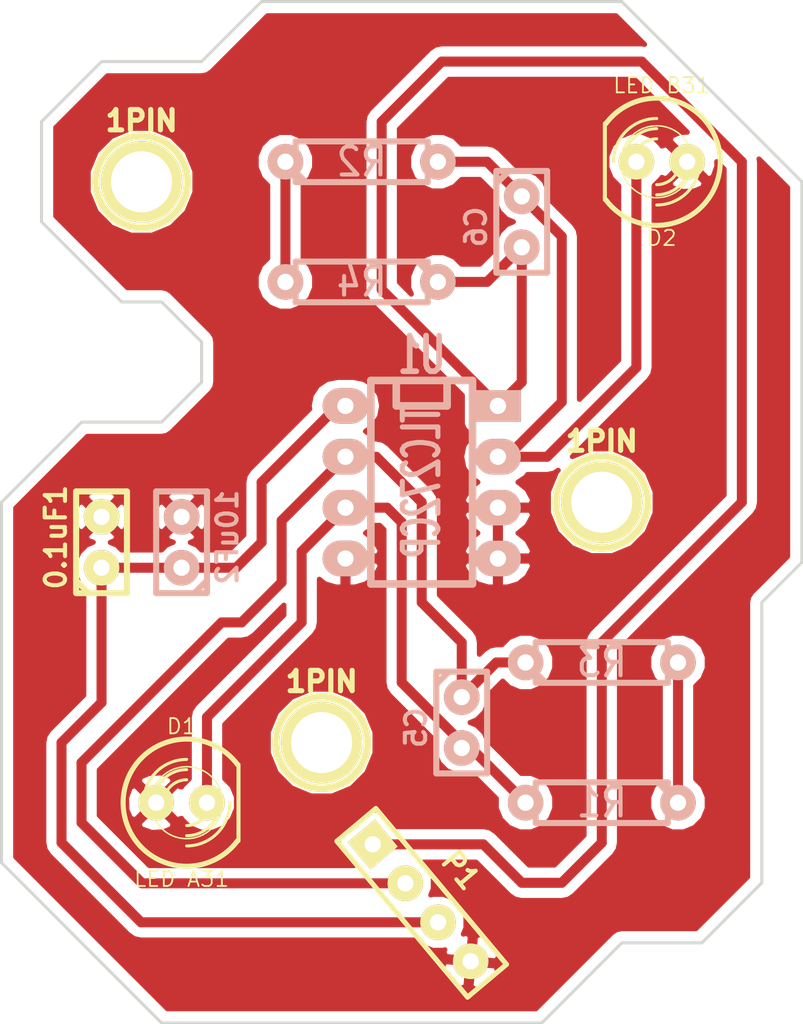
<source format=kicad_pcb>
(kicad_pcb (version 3) (host pcbnew "(2013-07-07 BZR 4022)-stable")

  (general
    (links 24)
    (no_connects 0)
    (area 233.924999 75.924999 274.075001 127.075001)
    (thickness 1.6)
    (drawings 31)
    (tracks 64)
    (zones 0)
    (modules 15)
    (nets 9)
  )

  (page A3)
  (layers
    (15 F.Cu signal)
    (0 B.Cu signal)
    (16 B.Adhes user)
    (17 F.Adhes user)
    (18 B.Paste user)
    (19 F.Paste user)
    (20 B.SilkS user)
    (21 F.SilkS user)
    (22 B.Mask user)
    (23 F.Mask user)
    (24 Dwgs.User user)
    (25 Cmts.User user)
    (26 Eco1.User user)
    (27 Eco2.User user)
    (28 Edge.Cuts user)
  )

  (setup
    (last_trace_width 0.5)
    (trace_clearance 0.254)
    (zone_clearance 0.508)
    (zone_45_only no)
    (trace_min 0.254)
    (segment_width 0.2)
    (edge_width 0.15)
    (via_size 0.889)
    (via_drill 0.635)
    (via_min_size 0.889)
    (via_min_drill 0.508)
    (uvia_size 0.508)
    (uvia_drill 0.127)
    (uvias_allowed no)
    (uvia_min_size 0.508)
    (uvia_min_drill 0.127)
    (pcb_text_width 0.3)
    (pcb_text_size 1.5 1.5)
    (mod_edge_width 0.15)
    (mod_text_size 1.5 1.5)
    (mod_text_width 0.15)
    (pad_size 1.778 1.778)
    (pad_drill 0.8128)
    (pad_to_mask_clearance 0.4064)
    (solder_mask_min_width 0.4064)
    (aux_axis_origin 0 0)
    (visible_elements 7FFFFFFF)
    (pcbplotparams
      (layerselection 271613953)
      (usegerberextensions true)
      (excludeedgelayer true)
      (linewidth 0.100000)
      (plotframeref false)
      (viasonmask false)
      (mode 1)
      (useauxorigin false)
      (hpglpennumber 1)
      (hpglpenspeed 20)
      (hpglpendiameter 15)
      (hpglpenoverlay 2)
      (psnegative false)
      (psa4output false)
      (plotreference true)
      (plotvalue true)
      (plotothertext true)
      (plotinvisibletext false)
      (padsonsilk false)
      (subtractmaskfromsilk false)
      (outputformat 1)
      (mirror false)
      (drillshape 0)
      (scaleselection 1)
      (outputdirectory ../../Users/Administrator/Desktop/replaca/))
  )

  (net 0 "")
  (net 1 +5V)
  (net 2 /2)
  (net 3 /6)
  (net 4 /A1)
  (net 5 /A2)
  (net 6 GND)
  (net 7 N-000004)
  (net 8 N-000005)

  (net_class Default "This is the default net class."
    (clearance 0.254)
    (trace_width 0.5)
    (via_dia 0.889)
    (via_drill 0.635)
    (uvia_dia 0.508)
    (uvia_drill 0.127)
    (add_net "")
    (add_net +5V)
    (add_net /2)
    (add_net /6)
    (add_net /A1)
    (add_net /A2)
    (add_net GND)
    (add_net N-000004)
    (add_net N-000005)
  )

  (module C1 (layer F.Cu) (tedit 52E2757A) (tstamp 52CD81AE)
    (at 239 103 90)
    (descr "Condensateur e = 1 pas")
    (tags C)
    (path /52CC7B60)
    (fp_text reference 0.1uF1 (at 0.254 -2.286 90) (layer F.SilkS)
      (effects (font (size 1.016 1.016) (thickness 0.2032)))
    )
    (fp_text value C1 (at 0 -2.286 90) (layer F.SilkS) hide
      (effects (font (size 1.016 1.016) (thickness 0.2032)))
    )
    (fp_line (start -2.4892 -1.27) (end 2.54 -1.27) (layer F.SilkS) (width 0.3048))
    (fp_line (start 2.54 -1.27) (end 2.54 1.27) (layer F.SilkS) (width 0.3048))
    (fp_line (start 2.54 1.27) (end -2.54 1.27) (layer F.SilkS) (width 0.3048))
    (fp_line (start -2.54 1.27) (end -2.54 -1.27) (layer F.SilkS) (width 0.3048))
    (fp_line (start -2.54 -0.635) (end -1.905 -1.27) (layer F.SilkS) (width 0.3048))
    (pad 1 thru_hole circle (at -1.27 0 90) (size 1.778 1.778) (drill 0.8128)
      (layers *.Cu *.Mask F.SilkS)
      (net 1 +5V)
      (solder_mask_margin 0.4064)
      (solder_paste_margin -0.4064)
    )
    (pad 2 thru_hole circle (at 1.27 0 90) (size 1.778 1.778) (drill 0.8128)
      (layers *.Cu *.Mask F.SilkS)
      (net 6 GND)
      (solder_mask_margin 0.4064)
      (solder_paste_margin -0.4064)
      (clearance 0.4064)
      (thermal_width 0.508)
      (thermal_gap 0.508)
    )
    (model discret/capa_1_pas.wrl
      (at (xyz 0 0 0))
      (scale (xyz 1 1 1))
      (rotate (xyz 0 0 0))
    )
  )

  (module C1 (layer B.Cu) (tedit 3F92C496) (tstamp 52CD81A2)
    (at 243 103 90)
    (descr "Condensateur e = 1 pas")
    (tags C)
    (path /52CC7B81)
    (fp_text reference 10uF2 (at 0.254 2.286 90) (layer B.SilkS)
      (effects (font (size 1.016 1.016) (thickness 0.2032)) (justify mirror))
    )
    (fp_text value CP1 (at 0 2.286 90) (layer B.SilkS) hide
      (effects (font (size 1.016 1.016) (thickness 0.2032)) (justify mirror))
    )
    (fp_line (start -2.4892 1.27) (end 2.54 1.27) (layer B.SilkS) (width 0.3048))
    (fp_line (start 2.54 1.27) (end 2.54 -1.27) (layer B.SilkS) (width 0.3048))
    (fp_line (start 2.54 -1.27) (end -2.54 -1.27) (layer B.SilkS) (width 0.3048))
    (fp_line (start -2.54 -1.27) (end -2.54 1.27) (layer B.SilkS) (width 0.3048))
    (fp_line (start -2.54 0.635) (end -1.905 1.27) (layer B.SilkS) (width 0.3048))
    (pad 1 thru_hole circle (at -1.27 0 90) (size 1.778 1.778) (drill 0.8128)
      (layers *.Cu *.Mask B.SilkS)
      (net 1 +5V)
      (solder_mask_margin 0.4064)
      (solder_paste_margin -0.4064)
    )
    (pad 2 thru_hole circle (at 1.27 0 90) (size 1.778 1.778) (drill 0.8128)
      (layers *.Cu *.Mask B.SilkS)
      (net 6 GND)
      (solder_mask_margin 0.4064)
      (solder_paste_margin -0.4064)
    )
    (model discret/capa_1_pas.wrl
      (at (xyz 0 0 0))
      (scale (xyz 1 1 1))
      (rotate (xyz 0 0 0))
    )
  )

  (module R3-LARGE_PADS (layer B.Cu) (tedit 52CD55FD) (tstamp 52CD5353)
    (at 252 84)
    (descr "Resitance 3 pas")
    (tags R)
    (path /52CC7C6E)
    (autoplace_cost180 10)
    (fp_text reference R2 (at 0 0) (layer B.SilkS)
      (effects (font (size 1.397 1.27) (thickness 0.2032)) (justify mirror))
    )
    (fp_text value R (at 0 0) (layer B.SilkS) hide
      (effects (font (size 1.397 1.27) (thickness 0.2032)) (justify mirror))
    )
    (fp_line (start -3.81 0) (end -3.302 0) (layer B.SilkS) (width 0.3048))
    (fp_line (start 3.81 0) (end 3.302 0) (layer B.SilkS) (width 0.3048))
    (fp_line (start 3.302 0) (end 3.302 1.016) (layer B.SilkS) (width 0.3048))
    (fp_line (start 3.302 1.016) (end -3.302 1.016) (layer B.SilkS) (width 0.3048))
    (fp_line (start -3.302 1.016) (end -3.302 -1.016) (layer B.SilkS) (width 0.3048))
    (fp_line (start -3.302 -1.016) (end 3.302 -1.016) (layer B.SilkS) (width 0.3048))
    (fp_line (start 3.302 -1.016) (end 3.302 0) (layer B.SilkS) (width 0.3048))
    (fp_line (start -3.302 0.508) (end -2.794 1.016) (layer B.SilkS) (width 0.3048))
    (pad 1 thru_hole circle (at -3.81 0) (size 1.778 1.778) (drill 0.8128)
      (layers *.Cu *.Mask B.SilkS)
      (net 7 N-000004)
      (solder_mask_margin 0.4064)
      (solder_paste_margin -0.4064)
    )
    (pad 2 thru_hole circle (at 3.81 0) (size 1.778 1.778) (drill 0.8128)
      (layers *.Cu *.Mask B.SilkS)
      (net 2 /2)
      (solder_mask_margin 0.4064)
      (solder_paste_margin -0.4064)
    )
    (model discret/resistor.wrl
      (at (xyz 0 0 0))
      (scale (xyz 0.3 0.3 0.3))
      (rotate (xyz 0 0 0))
    )
  )

  (module R3-LARGE_PADS (layer B.Cu) (tedit 52CD5F94) (tstamp 52CD802A)
    (at 264 116 180)
    (descr "Resitance 3 pas")
    (tags R)
    (path /52CC7CE5)
    (autoplace_cost180 10)
    (fp_text reference R1 (at 0 0 180) (layer B.SilkS)
      (effects (font (size 1.397 1.27) (thickness 0.2032)) (justify mirror))
    )
    (fp_text value R (at 0 0 180) (layer B.SilkS) hide
      (effects (font (size 1.397 1.27) (thickness 0.2032)) (justify mirror))
    )
    (fp_line (start -3.81 0) (end -3.302 0) (layer B.SilkS) (width 0.3048))
    (fp_line (start 3.81 0) (end 3.302 0) (layer B.SilkS) (width 0.3048))
    (fp_line (start 3.302 0) (end 3.302 1.016) (layer B.SilkS) (width 0.3048))
    (fp_line (start 3.302 1.016) (end -3.302 1.016) (layer B.SilkS) (width 0.3048))
    (fp_line (start -3.302 1.016) (end -3.302 -1.016) (layer B.SilkS) (width 0.3048))
    (fp_line (start -3.302 -1.016) (end 3.302 -1.016) (layer B.SilkS) (width 0.3048))
    (fp_line (start 3.302 -1.016) (end 3.302 0) (layer B.SilkS) (width 0.3048))
    (fp_line (start -3.302 0.508) (end -2.794 1.016) (layer B.SilkS) (width 0.3048))
    (pad 1 thru_hole circle (at -3.81 0 180) (size 1.778 1.778) (drill 0.8128)
      (layers *.Cu *.Mask B.SilkS)
      (net 8 N-000005)
      (solder_mask_margin 0.4064)
      (solder_paste_margin -0.4064)
    )
    (pad 2 thru_hole circle (at 3.81 0 180) (size 1.778 1.778) (drill 0.8128)
      (layers *.Cu *.Mask B.SilkS)
      (net 3 /6)
      (solder_mask_margin 0.4064)
      (solder_paste_margin -0.4064)
    )
    (model discret/resistor.wrl
      (at (xyz 0 0 0))
      (scale (xyz 0.3 0.3 0.3))
      (rotate (xyz 0 0 0))
    )
  )

  (module R3-LARGE_PADS (layer B.Cu) (tedit 52CD5D0D) (tstamp 52CD8039)
    (at 264 109)
    (descr "Resitance 3 pas")
    (tags R)
    (path /52CC863A)
    (autoplace_cost180 10)
    (fp_text reference R3 (at 0 0) (layer B.SilkS)
      (effects (font (size 1.397 1.27) (thickness 0.2032)) (justify mirror))
    )
    (fp_text value R (at 0 0) (layer B.SilkS) hide
      (effects (font (size 1.397 1.27) (thickness 0.2032)) (justify mirror))
    )
    (fp_line (start -3.81 0) (end -3.302 0) (layer B.SilkS) (width 0.3048))
    (fp_line (start 3.81 0) (end 3.302 0) (layer B.SilkS) (width 0.3048))
    (fp_line (start 3.302 0) (end 3.302 1.016) (layer B.SilkS) (width 0.3048))
    (fp_line (start 3.302 1.016) (end -3.302 1.016) (layer B.SilkS) (width 0.3048))
    (fp_line (start -3.302 1.016) (end -3.302 -1.016) (layer B.SilkS) (width 0.3048))
    (fp_line (start -3.302 -1.016) (end 3.302 -1.016) (layer B.SilkS) (width 0.3048))
    (fp_line (start 3.302 -1.016) (end 3.302 0) (layer B.SilkS) (width 0.3048))
    (fp_line (start -3.302 0.508) (end -2.794 1.016) (layer B.SilkS) (width 0.3048))
    (pad 1 thru_hole circle (at -3.81 0) (size 1.778 1.778) (drill 0.8128)
      (layers *.Cu *.Mask B.SilkS)
      (net 5 /A2)
      (solder_mask_margin 0.4064)
      (solder_paste_margin -0.4064)
    )
    (pad 2 thru_hole circle (at 3.81 0) (size 1.778 1.778) (drill 0.8128)
      (layers *.Cu *.Mask B.SilkS)
      (net 8 N-000005)
      (solder_mask_margin 0.4064)
      (solder_paste_margin -0.4064)
    )
    (model discret/resistor.wrl
      (at (xyz 0 0 0))
      (scale (xyz 0.3 0.3 0.3))
      (rotate (xyz 0 0 0))
    )
  )

  (module R3-LARGE_PADS (layer B.Cu) (tedit 52E273CB) (tstamp 52CD537D)
    (at 252 90 180)
    (descr "Resitance 3 pas")
    (tags R)
    (path /52CC8665)
    (autoplace_cost180 10)
    (fp_text reference R4 (at 0 0 180) (layer B.SilkS)
      (effects (font (size 1.397 1.27) (thickness 0.2032)) (justify mirror))
    )
    (fp_text value R (at 0 0 180) (layer B.SilkS) hide
      (effects (font (size 1.397 1.27) (thickness 0.2032)) (justify mirror))
    )
    (fp_line (start -3.81 0) (end -3.302 0) (layer B.SilkS) (width 0.3048))
    (fp_line (start 3.81 0) (end 3.302 0) (layer B.SilkS) (width 0.3048))
    (fp_line (start 3.302 0) (end 3.302 1.016) (layer B.SilkS) (width 0.3048))
    (fp_line (start 3.302 1.016) (end -3.302 1.016) (layer B.SilkS) (width 0.3048))
    (fp_line (start -3.302 1.016) (end -3.302 -1.016) (layer B.SilkS) (width 0.3048))
    (fp_line (start -3.302 -1.016) (end 3.302 -1.016) (layer B.SilkS) (width 0.3048))
    (fp_line (start 3.302 -1.016) (end 3.302 0) (layer B.SilkS) (width 0.3048))
    (fp_line (start -3.302 0.508) (end -2.794 1.016) (layer B.SilkS) (width 0.3048))
    (pad 1 thru_hole circle (at -3.81 0 180) (size 1.778 1.778) (drill 0.8128)
      (layers *.Cu *.Mask B.SilkS)
      (net 4 /A1)
      (solder_mask_margin 0.4064)
      (solder_paste_margin -0.4064)
    )
    (pad 2 thru_hole circle (at 3.81 0 180) (size 1.778 1.778) (drill 0.8128)
      (layers *.Cu *.Mask B.SilkS)
      (net 7 N-000004)
      (solder_mask_margin 0.4064)
      (solder_paste_margin -0.4064)
      (clearance 0.4064)
      (thermal_width 0.508)
      (thermal_gap 0.508)
    )
    (model discret/resistor.wrl
      (at (xyz 0 0 0))
      (scale (xyz 0.3 0.3 0.3))
      (rotate (xyz 0 0 0))
    )
  )

  (module PIN_ARRAY_4x1 (layer F.Cu) (tedit 52E27448) (tstamp 52E049DC)
    (at 255 121 310)
    (descr "Double rangee de contacts 2 x 5 pins")
    (tags CONN)
    (path /52CC818D)
    (fp_text reference P1 (at 0 -2.54 310) (layer F.SilkS)
      (effects (font (size 1.016 1.016) (thickness 0.2032)))
    )
    (fp_text value CONN_4 (at 0 2.54 310) (layer F.SilkS) hide
      (effects (font (size 1.016 1.016) (thickness 0.2032)))
    )
    (fp_line (start 5.08 1.27) (end -5.08 1.27) (layer F.SilkS) (width 0.254))
    (fp_line (start 5.08 -1.27) (end -5.08 -1.27) (layer F.SilkS) (width 0.254))
    (fp_line (start -5.08 -1.27) (end -5.08 1.27) (layer F.SilkS) (width 0.254))
    (fp_line (start 5.08 1.27) (end 5.08 -1.27) (layer F.SilkS) (width 0.254))
    (pad 1 thru_hole rect (at -3.81 0 310) (size 1.778 1.778) (drill 0.8128)
      (layers *.Cu *.Mask F.SilkS)
      (net 4 /A1)
      (solder_mask_margin 0.4064)
      (solder_paste_margin -0.4064)
      (clearance 0.4064)
      (thermal_width 0.508)
      (thermal_gap 0.508)
    )
    (pad 2 thru_hole circle (at -1.269999 0 310) (size 1.778 1.778) (drill 0.8128)
      (layers *.Cu *.Mask F.SilkS)
      (net 5 /A2)
      (solder_mask_margin 0.4064)
      (solder_paste_margin -0.4064)
      (clearance 0.4064)
      (thermal_width 0.508)
      (thermal_gap 0.508)
    )
    (pad 3 thru_hole circle (at 1.269999 0 310) (size 1.778 1.778) (drill 0.8128)
      (layers *.Cu *.Mask F.SilkS)
      (net 1 +5V)
      (solder_mask_margin 0.4064)
      (solder_paste_margin -0.4064)
      (clearance 0.4064)
      (thermal_width 0.508)
      (thermal_gap 0.508)
    )
    (pad 4 thru_hole circle (at 3.81 0 310) (size 1.778 1.778) (drill 0.8128)
      (layers *.Cu *.Mask F.SilkS)
      (net 6 GND)
      (solder_mask_margin 0.4064)
      (solder_paste_margin -0.4064)
      (clearance 0.4064)
      (thermal_width 0.508)
      (thermal_gap 0.508)
    )
    (model pin_array\pins_array_4x1.wrl
      (at (xyz 0 0 0))
      (scale (xyz 1 1 1))
      (rotate (xyz 0 0 0))
    )
  )

  (module LED-5MM (layer F.Cu) (tedit 52E273E9) (tstamp 52CD5398)
    (at 243 116)
    (descr "LED 5mm - Lead pitch 100mil (2,54mm)")
    (tags "LED led 5mm 5MM 100mil 2,54mm")
    (path /52CC7B96)
    (fp_text reference D1 (at 0 -3.81) (layer F.SilkS)
      (effects (font (size 0.762 0.762) (thickness 0.0889)))
    )
    (fp_text value "LED A31" (at 0 3.81) (layer F.SilkS)
      (effects (font (size 0.762 0.762) (thickness 0.0889)))
    )
    (fp_line (start 2.8448 1.905) (end 2.8448 -1.905) (layer F.SilkS) (width 0.2032))
    (fp_circle (center 0.254 0) (end -1.016 1.27) (layer F.SilkS) (width 0.0762))
    (fp_arc (start 0.254 0) (end 2.794 1.905) (angle 286.2) (layer F.SilkS) (width 0.254))
    (fp_arc (start 0.254 0) (end -0.889 0) (angle 90) (layer F.SilkS) (width 0.1524))
    (fp_arc (start 0.254 0) (end 1.397 0) (angle 90) (layer F.SilkS) (width 0.1524))
    (fp_arc (start 0.254 0) (end -1.397 0) (angle 90) (layer F.SilkS) (width 0.1524))
    (fp_arc (start 0.254 0) (end 1.905 0) (angle 90) (layer F.SilkS) (width 0.1524))
    (fp_arc (start 0.254 0) (end -1.905 0) (angle 90) (layer F.SilkS) (width 0.1524))
    (fp_arc (start 0.254 0) (end 2.413 0) (angle 90) (layer F.SilkS) (width 0.1524))
    (pad 1 thru_hole circle (at -1.27 0) (size 1.778 1.778) (drill 0.8128)
      (layers *.Cu *.Mask F.SilkS)
      (net 6 GND)
      (solder_mask_margin 0.4064)
      (solder_paste_margin -0.4064)
      (clearance 0.4064)
      (thermal_width 0.508)
      (thermal_gap 0.508)
    )
    (pad 2 thru_hole circle (at 1.27 0) (size 1.778 1.778) (drill 0.8128)
      (layers *.Cu *.Mask F.SilkS)
      (net 3 /6)
      (solder_mask_margin 0.4064)
      (solder_paste_margin -0.4064)
      (clearance 0.4064)
      (thermal_width 0.508)
      (thermal_gap 0.508)
    )
    (model discret/leds/led5_vertical_verde.wrl
      (at (xyz 0 0 0))
      (scale (xyz 1 1 1))
      (rotate (xyz 0 0 0))
    )
  )

  (module LED-5MM (layer F.Cu) (tedit 52E04B89) (tstamp 52CD53A7)
    (at 267 84 180)
    (descr "LED 5mm - Lead pitch 100mil (2,54mm)")
    (tags "LED led 5mm 5MM 100mil 2,54mm")
    (path /52CC7BA3)
    (fp_text reference D2 (at 0 -3.81 180) (layer F.SilkS)
      (effects (font (size 0.762 0.762) (thickness 0.0889)))
    )
    (fp_text value "LED B31" (at 0 3.81 180) (layer F.SilkS)
      (effects (font (size 0.762 0.762) (thickness 0.0889)))
    )
    (fp_line (start 2.8448 1.905) (end 2.8448 -1.905) (layer F.SilkS) (width 0.2032))
    (fp_circle (center 0.254 0) (end -1.016 1.27) (layer F.SilkS) (width 0.0762))
    (fp_arc (start 0.254 0) (end 2.794 1.905) (angle 286.2) (layer F.SilkS) (width 0.254))
    (fp_arc (start 0.254 0) (end -0.889 0) (angle 90) (layer F.SilkS) (width 0.1524))
    (fp_arc (start 0.254 0) (end 1.397 0) (angle 90) (layer F.SilkS) (width 0.1524))
    (fp_arc (start 0.254 0) (end -1.397 0) (angle 90) (layer F.SilkS) (width 0.1524))
    (fp_arc (start 0.254 0) (end 1.905 0) (angle 90) (layer F.SilkS) (width 0.1524))
    (fp_arc (start 0.254 0) (end -1.905 0) (angle 90) (layer F.SilkS) (width 0.1524))
    (fp_arc (start 0.254 0) (end 2.413 0) (angle 90) (layer F.SilkS) (width 0.1524))
    (pad 1 thru_hole circle (at -1.27 0 180) (size 1.778 1.778) (drill 0.8128)
      (layers *.Cu *.Mask F.SilkS)
      (net 6 GND)
      (solder_mask_margin 0.4064)
      (solder_paste_margin -0.4064)
      (clearance 0.4064)
      (thermal_width 0.508)
      (thermal_gap 0.508)
    )
    (pad 2 thru_hole circle (at 1.27 0 180) (size 1.778 1.778) (drill 0.8128)
      (layers *.Cu *.Mask F.SilkS)
      (net 2 /2)
      (solder_mask_margin 0.4064)
      (solder_paste_margin -0.4064)
      (clearance 0.4064)
      (thermal_width 0.508)
      (thermal_gap 0.508)
    )
    (model discret/leds/led5_vertical_verde.wrl
      (at (xyz 0 0 0))
      (scale (xyz 1 1 1))
      (rotate (xyz 0 0 0))
    )
  )

  (module DIP-8__300_ELL (layer B.Cu) (tedit 52E274C0) (tstamp 52CD53BA)
    (at 255 100 270)
    (descr "8 pins DIL package, elliptical pads")
    (tags DIL)
    (path /52CC7B30)
    (fp_text reference U1 (at -6.35 0 540) (layer B.SilkS)
      (effects (font (size 1.778 1.143) (thickness 0.3048)) (justify mirror))
    )
    (fp_text value TLC272CP (at 0 0 270) (layer B.SilkS)
      (effects (font (size 1.778 1.016) (thickness 0.3048)) (justify mirror))
    )
    (fp_line (start -5.08 1.27) (end -3.81 1.27) (layer B.SilkS) (width 0.381))
    (fp_line (start -3.81 1.27) (end -3.81 -1.27) (layer B.SilkS) (width 0.381))
    (fp_line (start -3.81 -1.27) (end -5.08 -1.27) (layer B.SilkS) (width 0.381))
    (fp_line (start -5.08 2.54) (end 5.08 2.54) (layer B.SilkS) (width 0.381))
    (fp_line (start 5.08 2.54) (end 5.08 -2.54) (layer B.SilkS) (width 0.381))
    (fp_line (start 5.08 -2.54) (end -5.08 -2.54) (layer B.SilkS) (width 0.381))
    (fp_line (start -5.08 -2.54) (end -5.08 2.54) (layer B.SilkS) (width 0.381))
    (pad 1 thru_hole rect (at -3.81 -3.81 270) (size 1.5748 2.286) (drill 0.8128)
      (layers *.Cu *.Mask B.SilkS)
      (net 4 /A1)
      (solder_mask_margin 0.4064)
      (solder_paste_margin -0.4064)
      (clearance 0.4064)
      (thermal_width 0.508)
      (thermal_gap 0.508)
    )
    (pad 2 thru_hole oval (at -1.27 -3.81 270) (size 1.778 2.286) (drill 0.8128)
      (layers *.Cu *.Mask B.SilkS)
      (net 2 /2)
      (solder_mask_margin 0.4064)
      (solder_paste_margin -0.4064)
      (clearance 0.4064)
      (thermal_width 0.508)
      (thermal_gap 0.508)
    )
    (pad 3 thru_hole oval (at 1.27 -3.81 270) (size 1.778 2.286) (drill 0.8128)
      (layers *.Cu *.Mask B.SilkS)
      (net 6 GND)
      (solder_mask_margin 0.4064)
      (solder_paste_margin -0.4064)
      (clearance 0.4064)
      (thermal_width 0.508)
      (thermal_gap 0.508)
    )
    (pad 4 thru_hole oval (at 3.81 -3.81 270) (size 1.778 2.286) (drill 0.8128)
      (layers *.Cu *.Mask B.SilkS)
      (net 6 GND)
      (solder_mask_margin 0.4064)
      (solder_paste_margin -0.4064)
      (clearance 0.4064)
      (thermal_width 0.508)
      (thermal_gap 0.508)
    )
    (pad 5 thru_hole oval (at 3.81 3.81 270) (size 1.778 2.286) (drill 0.8128)
      (layers *.Cu *.Mask B.SilkS)
      (net 6 GND)
      (solder_mask_margin 0.4064)
      (solder_paste_margin -0.4064)
      (clearance 0.4064)
      (thermal_width 0.508)
      (thermal_gap 0.508)
    )
    (pad 6 thru_hole oval (at 1.27 3.81 270) (size 1.778 2.286) (drill 0.8128)
      (layers *.Cu *.Mask B.SilkS)
      (net 3 /6)
      (solder_mask_margin 0.4064)
      (solder_paste_margin -0.4064)
      (clearance 0.4064)
      (thermal_width 0.508)
      (thermal_gap 0.508)
    )
    (pad 7 thru_hole oval (at -1.27 3.81 270) (size 1.778 2.286) (drill 0.8128)
      (layers *.Cu *.Mask B.SilkS)
      (net 5 /A2)
      (solder_mask_margin 0.4064)
      (solder_paste_margin -0.4064)
      (clearance 0.4064)
      (thermal_width 0.508)
      (thermal_gap 0.508)
    )
    (pad 8 thru_hole oval (at -3.81 3.81 270) (size 1.778 2.286) (drill 0.8128)
      (layers *.Cu *.Mask B.SilkS)
      (net 1 +5V)
      (solder_mask_margin 0.4064)
      (solder_paste_margin -0.4064)
      (clearance 0.4064)
      (thermal_width 0.508)
      (thermal_gap 0.508)
    )
    (model dil/dil_8.wrl
      (at (xyz 0 0 0))
      (scale (xyz 1 1 1))
      (rotate (xyz 0 0 0))
    )
  )

  (module C1 (layer B.Cu) (tedit 52E274DF) (tstamp 52CD53DB)
    (at 260 87 270)
    (descr "Condensateur e = 1 pas")
    (tags C)
    (path /52CC7B73)
    (fp_text reference C6 (at 0.254 2.286 270) (layer B.SilkS)
      (effects (font (size 1.016 1.016) (thickness 0.2032)) (justify mirror))
    )
    (fp_text value 0.1uF (at 0 2.286 270) (layer B.SilkS) hide
      (effects (font (size 1.016 1.016) (thickness 0.2032)) (justify mirror))
    )
    (fp_line (start -2.4892 1.27) (end 2.54 1.27) (layer B.SilkS) (width 0.3048))
    (fp_line (start 2.54 1.27) (end 2.54 -1.27) (layer B.SilkS) (width 0.3048))
    (fp_line (start 2.54 -1.27) (end -2.54 -1.27) (layer B.SilkS) (width 0.3048))
    (fp_line (start -2.54 -1.27) (end -2.54 1.27) (layer B.SilkS) (width 0.3048))
    (fp_line (start -2.54 0.635) (end -1.905 1.27) (layer B.SilkS) (width 0.3048))
    (pad 1 thru_hole circle (at -1.27 0 270) (size 1.778 1.778) (drill 0.8128)
      (layers *.Cu *.Mask B.SilkS)
      (net 2 /2)
      (solder_mask_margin 0.4064)
      (solder_paste_margin -0.4064)
    )
    (pad 2 thru_hole circle (at 1.27 0 270) (size 1.778 1.778) (drill 0.8128)
      (layers *.Cu *.Mask B.SilkS)
      (net 4 /A1)
      (solder_mask_margin 0.4064)
      (solder_paste_margin -0.4064)
      (clearance 0.4064)
      (thermal_width 0.508)
      (thermal_gap 0.508)
    )
    (model discret/capa_1_pas.wrl
      (at (xyz 0 0 0))
      (scale (xyz 1 1 1))
      (rotate (xyz 0 0 0))
    )
  )

  (module C1 (layer B.Cu) (tedit 3F92C496) (tstamp 52CD801B)
    (at 257 112 270)
    (descr "Condensateur e = 1 pas")
    (tags C)
    (path /52CC7B79)
    (fp_text reference C5 (at 0.254 2.286 270) (layer B.SilkS)
      (effects (font (size 1.016 1.016) (thickness 0.2032)) (justify mirror))
    )
    (fp_text value 0.1uF (at 0 2.286 270) (layer B.SilkS) hide
      (effects (font (size 1.016 1.016) (thickness 0.2032)) (justify mirror))
    )
    (fp_line (start -2.4892 1.27) (end 2.54 1.27) (layer B.SilkS) (width 0.3048))
    (fp_line (start 2.54 1.27) (end 2.54 -1.27) (layer B.SilkS) (width 0.3048))
    (fp_line (start 2.54 -1.27) (end -2.54 -1.27) (layer B.SilkS) (width 0.3048))
    (fp_line (start -2.54 -1.27) (end -2.54 1.27) (layer B.SilkS) (width 0.3048))
    (fp_line (start -2.54 0.635) (end -1.905 1.27) (layer B.SilkS) (width 0.3048))
    (pad 1 thru_hole circle (at -1.27 0 270) (size 1.778 1.778) (drill 0.8128)
      (layers *.Cu *.Mask B.SilkS)
      (net 5 /A2)
      (solder_mask_margin 0.4064)
      (solder_paste_margin -0.4064)
    )
    (pad 2 thru_hole circle (at 1.27 0 270) (size 1.778 1.778) (drill 0.8128)
      (layers *.Cu *.Mask B.SilkS)
      (net 3 /6)
      (solder_mask_margin 0.4064)
      (solder_paste_margin -0.4064)
    )
    (model discret/capa_1_pas.wrl
      (at (xyz 0 0 0))
      (scale (xyz 1 1 1))
      (rotate (xyz 0 0 0))
    )
  )

  (module 1pin (layer F.Cu) (tedit 200000) (tstamp 52CF14D1)
    (at 241 85)
    (descr "module 1 pin (ou trou mecanique de percage)")
    (tags DEV)
    (path 1pin)
    (fp_text reference 1PIN (at 0 -3.048) (layer F.SilkS)
      (effects (font (size 1.016 1.016) (thickness 0.254)))
    )
    (fp_text value P*** (at 0 2.794) (layer F.SilkS) hide
      (effects (font (size 1.016 1.016) (thickness 0.254)))
    )
    (fp_circle (center 0 0) (end 0 -2.286) (layer F.SilkS) (width 0.381))
    (pad 1 thru_hole circle (at 0 0) (size 4.064 4.064) (drill 3.048)
      (layers *.Cu *.Mask F.SilkS)
    )
  )

  (module 1pin (layer F.Cu) (tedit 200000) (tstamp 52CF14ED)
    (at 250 113)
    (descr "module 1 pin (ou trou mecanique de percage)")
    (tags DEV)
    (path 1pin)
    (fp_text reference 1PIN (at 0 -3.048) (layer F.SilkS)
      (effects (font (size 1.016 1.016) (thickness 0.254)))
    )
    (fp_text value P*** (at 0 2.794) (layer F.SilkS) hide
      (effects (font (size 1.016 1.016) (thickness 0.254)))
    )
    (fp_circle (center 0 0) (end 0 -2.286) (layer F.SilkS) (width 0.381))
    (pad 1 thru_hole circle (at 0 0) (size 4.064 4.064) (drill 3.048)
      (layers *.Cu *.Mask F.SilkS)
    )
  )

  (module 1pin (layer F.Cu) (tedit 200000) (tstamp 52CF152F)
    (at 264 101)
    (descr "module 1 pin (ou trou mecanique de percage)")
    (tags DEV)
    (path 1pin)
    (fp_text reference 1PIN (at 0 -3.048) (layer F.SilkS)
      (effects (font (size 1.016 1.016) (thickness 0.254)))
    )
    (fp_text value P*** (at 0 2.794) (layer F.SilkS) hide
      (effects (font (size 1.016 1.016) (thickness 0.254)))
    )
    (fp_circle (center 0 0) (end 0 -2.286) (layer F.SilkS) (width 0.381))
    (pad 1 thru_hole circle (at 0 0) (size 4.064 4.064) (drill 3.048)
      (layers *.Cu *.Mask F.SilkS)
    )
  )

  (gr_line (start 242 127) (end 243 127) (angle 90) (layer Edge.Cuts) (width 0.15))
  (gr_line (start 234 119) (end 242 127) (angle 90) (layer Edge.Cuts) (width 0.15))
  (gr_line (start 234 118) (end 234 119) (angle 90) (layer Edge.Cuts) (width 0.15))
  (gr_line (start 243 127) (end 255 127) (angle 90) (layer Edge.Cuts) (width 0.15))
  (gr_line (start 265 76) (end 249 76) (angle 90) (layer Edge.Cuts) (width 0.15))
  (gr_line (start 274 104) (end 274 85) (angle 90) (layer Edge.Cuts) (width 0.15))
  (gr_line (start 267 78) (end 265 76) (angle 90) (layer Edge.Cuts) (width 0.15))
  (gr_line (start 274 85) (end 267 78) (angle 90) (layer Edge.Cuts) (width 0.15))
  (gr_line (start 267 78) (end 274 85) (angle 90) (layer Edge.Cuts) (width 0.15))
  (gr_line (start 244 93) (end 244 95) (angle 90) (layer Edge.Cuts) (width 0.15))
  (gr_line (start 242 97) (end 244 95) (angle 90) (layer Edge.Cuts) (width 0.15))
  (gr_line (start 238 97) (end 242 97) (angle 90) (layer Edge.Cuts) (width 0.15))
  (gr_line (start 234 101) (end 238 97) (angle 90) (layer Edge.Cuts) (width 0.15))
  (gr_line (start 234 103) (end 234 101) (angle 90) (layer Edge.Cuts) (width 0.15))
  (gr_line (start 239 79) (end 244 79) (angle 90) (layer Edge.Cuts) (width 0.15))
  (gr_line (start 247 76) (end 244 79) (angle 90) (layer Edge.Cuts) (width 0.15))
  (gr_line (start 248 76) (end 247 76) (angle 90) (layer Edge.Cuts) (width 0.15))
  (gr_line (start 248 76) (end 249 76) (angle 90) (layer Edge.Cuts) (width 0.15))
  (gr_line (start 265 123) (end 263 125) (angle 90) (layer Edge.Cuts) (width 0.15))
  (gr_line (start 269 123) (end 265 123) (angle 90) (layer Edge.Cuts) (width 0.15))
  (gr_line (start 272 120) (end 269 123) (angle 90) (layer Edge.Cuts) (width 0.15))
  (gr_line (start 272 106) (end 272 120) (angle 90) (layer Edge.Cuts) (width 0.15))
  (gr_line (start 274 104) (end 272 106) (angle 90) (layer Edge.Cuts) (width 0.15))
  (gr_line (start 234 118) (end 234 103) (angle 90) (layer Edge.Cuts) (width 0.15))
  (gr_line (start 261 127) (end 255 127) (angle 90) (layer Edge.Cuts) (width 0.15))
  (gr_line (start 263 125) (end 261 127) (angle 90) (layer Edge.Cuts) (width 0.15))
  (gr_line (start 236 82) (end 239 79) (angle 90) (layer Edge.Cuts) (width 0.15))
  (gr_line (start 236 87) (end 236 82) (angle 90) (layer Edge.Cuts) (width 0.15))
  (gr_line (start 240 91) (end 236 87) (angle 90) (layer Edge.Cuts) (width 0.15))
  (gr_line (start 242 91) (end 240 91) (angle 90) (layer Edge.Cuts) (width 0.15))
  (gr_line (start 244 93) (end 242 91) (angle 90) (layer Edge.Cuts) (width 0.15))

  (segment (start 239 104.27) (end 239 111) (width 0.5) (layer F.Cu) (net 1))
  (segment (start 240.972876 121.972876) (end 255.81634 121.972876) (width 0.5) (layer F.Cu) (net 1) (tstamp 52D56C7A))
  (segment (start 237 118) (end 240.972876 121.972876) (width 0.5) (layer F.Cu) (net 1) (tstamp 52D56C78))
  (segment (start 237 113) (end 237 118) (width 0.5) (layer F.Cu) (net 1) (tstamp 52D56C76))
  (segment (start 239 111) (end 237 113) (width 0.5) (layer F.Cu) (net 1) (tstamp 52D56C74))
  (segment (start 239 104.27) (end 243 104.27) (width 0.5) (layer F.Cu) (net 1))
  (segment (start 251.19 96.19) (end 250.81 96.19) (width 0.5) (layer F.Cu) (net 1))
  (segment (start 245.73 104.27) (end 243 104.27) (width 0.5) (layer F.Cu) (net 1) (tstamp 52D56C6F))
  (segment (start 247 103) (end 245.73 104.27) (width 0.5) (layer F.Cu) (net 1) (tstamp 52D56C6E))
  (segment (start 247 100) (end 247 103) (width 0.5) (layer F.Cu) (net 1) (tstamp 52D56C6C))
  (segment (start 250.81 96.19) (end 247 100) (width 0.5) (layer F.Cu) (net 1) (tstamp 52D56C6B))
  (segment (start 262 96) (end 262 87.73) (width 0.5) (layer F.Cu) (net 2))
  (segment (start 259.27 98.73) (end 262 96) (width 0.5) (layer F.Cu) (net 2) (tstamp 52D5692A))
  (segment (start 258.81 98.73) (end 259.27 98.73) (width 0.5) (layer F.Cu) (net 2))
  (segment (start 262 87.73) (end 260 85.73) (width 0.5) (layer F.Cu) (net 2) (tstamp 52D56934))
  (segment (start 258.81 98.73) (end 261.27 98.73) (width 0.5) (layer F.Cu) (net 2))
  (segment (start 265.73 94.27) (end 265.73 84) (width 0.5) (layer F.Cu) (net 2) (tstamp 52D56922))
  (segment (start 261.27 98.73) (end 265.73 94.27) (width 0.5) (layer F.Cu) (net 2) (tstamp 52D56920))
  (segment (start 255.81 84) (end 258.27 84) (width 0.5) (layer F.Cu) (net 2))
  (segment (start 258.27 84) (end 260 85.73) (width 0.5) (layer F.Cu) (net 2) (tstamp 52D563A3))
  (segment (start 257 113.27) (end 257.46 113.27) (width 0.5) (layer F.Cu) (net 3))
  (segment (start 257.46 113.27) (end 260.19 116) (width 0.5) (layer F.Cu) (net 3) (tstamp 52D56D6A))
  (segment (start 244.27 116) (end 244.27 111.73) (width 0.5) (layer F.Cu) (net 3))
  (segment (start 249 103.46) (end 251.19 101.27) (width 0.5) (layer F.Cu) (net 3) (tstamp 52D566B1))
  (segment (start 249 107) (end 249 103.46) (width 0.5) (layer F.Cu) (net 3) (tstamp 52D566AF))
  (segment (start 244.27 111.73) (end 249 107) (width 0.5) (layer F.Cu) (net 3) (tstamp 52D566AD))
  (segment (start 257 113.27) (end 257 113) (width 0.5) (layer F.Cu) (net 3))
  (segment (start 253.27 101.27) (end 251.19 101.27) (width 0.5) (layer F.Cu) (net 3) (tstamp 52D5666A))
  (segment (start 254 102) (end 253.27 101.27) (width 0.5) (layer F.Cu) (net 3) (tstamp 52D56669))
  (segment (start 254 110) (end 254 102) (width 0.5) (layer F.Cu) (net 3) (tstamp 52D56667))
  (segment (start 257 113) (end 254 110) (width 0.5) (layer F.Cu) (net 3) (tstamp 52D56666))
  (segment (start 252.550979 118.081371) (end 258.081371 118.081371) (width 0.5) (layer F.Cu) (net 4))
  (segment (start 253 90.38) (end 258.81 96.19) (width 0.5) (layer F.Cu) (net 4) (tstamp 52D58F6C))
  (segment (start 253 82) (end 253 90.38) (width 0.5) (layer F.Cu) (net 4) (tstamp 52D58F6A))
  (segment (start 256 79) (end 253 82) (width 0.5) (layer F.Cu) (net 4) (tstamp 52D58F68))
  (segment (start 266 79) (end 256 79) (width 0.5) (layer F.Cu) (net 4) (tstamp 52D58F66))
  (segment (start 271 84) (end 266 79) (width 0.5) (layer F.Cu) (net 4) (tstamp 52D58F64))
  (segment (start 271 101) (end 271 84) (width 0.5) (layer F.Cu) (net 4) (tstamp 52D58F60))
  (segment (start 264 108) (end 271 101) (width 0.5) (layer F.Cu) (net 4) (tstamp 52D58F5E))
  (segment (start 264 118) (end 264 108) (width 0.5) (layer F.Cu) (net 4) (tstamp 52D58F5B))
  (segment (start 262 120) (end 264 118) (width 0.5) (layer F.Cu) (net 4) (tstamp 52D58F59))
  (segment (start 260 120) (end 262 120) (width 0.5) (layer F.Cu) (net 4) (tstamp 52D58F57))
  (segment (start 258.081371 118.081371) (end 260 120) (width 0.5) (layer F.Cu) (net 4) (tstamp 52D58F54))
  (segment (start 255.81 90) (end 258.27 90) (width 0.5) (layer F.Cu) (net 4))
  (segment (start 258.27 90) (end 260 88.27) (width 0.5) (layer F.Cu) (net 4) (tstamp 52D563A6))
  (segment (start 260 88.27) (end 260 95) (width 0.5) (layer F.Cu) (net 4))
  (segment (start 260 95) (end 258.81 96.19) (width 0.5) (layer F.Cu) (net 4) (tstamp 52D561C2))
  (segment (start 260.19 109) (end 258.73 109) (width 0.5) (layer F.Cu) (net 5))
  (segment (start 258.73 109) (end 257 110.73) (width 0.5) (layer F.Cu) (net 5) (tstamp 52D56D6F))
  (segment (start 257 110.73) (end 257 108) (width 0.5) (layer F.Cu) (net 5))
  (segment (start 252.73 98.73) (end 251.19 98.73) (width 0.5) (layer F.Cu) (net 5) (tstamp 52D56D22))
  (segment (start 255 101) (end 252.73 98.73) (width 0.5) (layer F.Cu) (net 5) (tstamp 52D56D20))
  (segment (start 255 106) (end 255 101) (width 0.5) (layer F.Cu) (net 5) (tstamp 52D56D1E))
  (segment (start 257 108) (end 255 106) (width 0.5) (layer F.Cu) (net 5) (tstamp 52D56D1C))
  (segment (start 254.18366 120.027124) (end 241.027124 120.027124) (width 0.5) (layer F.Cu) (net 5))
  (segment (start 241.027124 120.027124) (end 238 117) (width 0.5) (layer F.Cu) (net 5) (tstamp 52D566DF))
  (segment (start 238 117) (end 238 114) (width 0.5) (layer F.Cu) (net 5) (tstamp 52D566E4))
  (segment (start 238 114) (end 245 107) (width 0.5) (layer F.Cu) (net 5) (tstamp 52D566E5))
  (segment (start 245 107) (end 246 107) (width 0.5) (layer F.Cu) (net 5) (tstamp 52D566E9))
  (segment (start 246 107) (end 248 105) (width 0.5) (layer F.Cu) (net 5) (tstamp 52D566EC))
  (segment (start 248 105) (end 248 101.92) (width 0.5) (layer F.Cu) (net 5) (tstamp 52D566ED))
  (segment (start 248 101.92) (end 251.19 98.73) (width 0.5) (layer F.Cu) (net 5) (tstamp 52D566F0))
  (segment (start 248.19 84) (end 248.19 90) (width 0.5) (layer F.Cu) (net 7))
  (segment (start 267.81 116) (end 267.81 109) (width 0.5) (layer F.Cu) (net 8))

  (zone (net 6) (net_name GND) (layer F.Cu) (tstamp 52D58F97) (hatch edge 0.508)
    (connect_pads (clearance 0.508))
    (min_thickness 0.254)
    (fill (arc_segments 16) (thermal_gap 0.508) (thermal_bridge_width 0.508))
    (polygon
      (pts
        (xy 274 104) (xy 272 106) (xy 272 120) (xy 269 123) (xy 265 123)
        (xy 261 127) (xy 243 127) (xy 242 127) (xy 234 119) (xy 234 118)
        (xy 234 101) (xy 238 97) (xy 242 97) (xy 244 95) (xy 244 93)
        (xy 242 91) (xy 240 91) (xy 236 87) (xy 236 82) (xy 239 79)
        (xy 244 79) (xy 247 76) (xy 265 76) (xy 274 85) (xy 274 104)
      )
    )
    (filled_polygon
      (pts
        (xy 273.29 103.705908) (xy 271.497954 105.497954) (xy 271.344046 105.728295) (xy 271.29 106) (xy 271.29 119.705908)
        (xy 269.270752 121.725156) (xy 269.270752 115.710763) (xy 269.048873 115.173775) (xy 268.695 114.819283) (xy 268.695 110.1802)
        (xy 269.047429 109.828386) (xy 269.270245 109.291786) (xy 269.270752 108.710763) (xy 269.048873 108.173775) (xy 268.638386 107.762571)
        (xy 268.101786 107.539755) (xy 267.520763 107.539248) (xy 266.983775 107.761127) (xy 266.572571 108.171614) (xy 266.349755 108.708214)
        (xy 266.349248 109.289237) (xy 266.571127 109.826225) (xy 266.925 110.180716) (xy 266.925 114.819799) (xy 266.572571 115.171614)
        (xy 266.349755 115.708214) (xy 266.349248 116.289237) (xy 266.571127 116.826225) (xy 266.981614 117.237429) (xy 267.518214 117.460245)
        (xy 268.099237 117.460752) (xy 268.636225 117.238873) (xy 269.047429 116.828386) (xy 269.270245 116.291786) (xy 269.270752 115.710763)
        (xy 269.270752 121.725156) (xy 268.705908 122.29) (xy 265 122.29) (xy 264.728295 122.344046) (xy 264.497954 122.497954)
        (xy 262.497954 124.497954) (xy 260.705908 126.29) (xy 258.8554 126.29) (xy 258.8554 123.692975) (xy 258.661992 123.171954)
        (xy 258.28392 122.764608) (xy 257.915462 122.572801) (xy 257.685287 122.675261) (xy 257.586607 123.803181) (xy 258.714527 123.901861)
        (xy 258.8554 123.692975) (xy 258.8554 126.29) (xy 258.794849 126.29) (xy 258.794849 124.38507) (xy 258.692389 124.154895)
        (xy 257.564469 124.056215) (xy 257.465789 125.184135) (xy 257.674675 125.325008) (xy 258.195696 125.1316) (xy 258.603042 124.753528)
        (xy 258.794849 124.38507) (xy 258.794849 126.29) (xy 257.311435 126.29) (xy 257.311435 124.034077) (xy 256.183515 123.935397)
        (xy 256.042642 124.144283) (xy 256.23605 124.665304) (xy 256.614122 125.07265) (xy 256.98258 125.264457) (xy 257.212755 125.161997)
        (xy 257.311435 124.034077) (xy 257.311435 126.29) (xy 255 126.29) (xy 243 126.29) (xy 242.294091 126.29)
        (xy 234.71 118.705908) (xy 234.71 118) (xy 234.71 103) (xy 234.71 101.294092) (xy 238.294092 97.71)
        (xy 242 97.71) (xy 242.271705 97.655954) (xy 242.502046 97.502046) (xy 244.502046 95.502046) (xy 244.655954 95.271705)
        (xy 244.71 95) (xy 244.71 93) (xy 244.655954 92.728295) (xy 244.502046 92.497954) (xy 243.667461 91.663369)
        (xy 243.667461 84.471828) (xy 243.26229 83.49124) (xy 242.512706 82.740346) (xy 241.532826 82.333465) (xy 240.471828 82.332539)
        (xy 239.49124 82.73771) (xy 238.740346 83.487294) (xy 238.333465 84.467174) (xy 238.332539 85.528172) (xy 238.73771 86.50876)
        (xy 239.487294 87.259654) (xy 240.467174 87.666535) (xy 241.528172 87.667461) (xy 242.50876 87.26229) (xy 243.259654 86.512706)
        (xy 243.666535 85.532826) (xy 243.667461 84.471828) (xy 243.667461 91.663369) (xy 242.502046 90.497954) (xy 242.271705 90.344046)
        (xy 242 90.29) (xy 240.294092 90.29) (xy 236.71 86.705908) (xy 236.71 82.294091) (xy 239.294091 79.71)
        (xy 244 79.71) (xy 244.271705 79.655954) (xy 244.502046 79.502046) (xy 247.294091 76.71) (xy 248 76.71)
        (xy 249 76.71) (xy 264.705908 76.71) (xy 266.138446 78.142538) (xy 266 78.114999) (xy 265.999994 78.115)
        (xy 256 78.115) (xy 255.661325 78.182367) (xy 255.37421 78.37421) (xy 255.374207 78.374213) (xy 252.37421 81.37421)
        (xy 252.182367 81.661325) (xy 252.171189 81.717515) (xy 252.114999 82) (xy 252.115 82.000005) (xy 252.115 90.379994)
        (xy 252.114999 90.38) (xy 252.171189 90.662484) (xy 252.182367 90.718675) (xy 252.37421 91.00579) (xy 257.03189 95.663469)
        (xy 257.03189 97.103155) (xy 257.128359 97.336629) (xy 257.306832 97.515413) (xy 257.540136 97.612289) (xy 257.581227 97.612324)
        (xy 257.413778 97.724211) (xy 257.105441 98.185671) (xy 256.997167 98.73) (xy 257.105441 99.274329) (xy 257.413778 99.735789)
        (xy 257.808829 99.999753) (xy 257.792738 100.004475) (xy 257.358809 100.354014) (xy 257.091673 100.843004) (xy 257.07499 100.92294)
        (xy 257.197149 101.143) (xy 258.683 101.143) (xy 258.683 101.123) (xy 258.937 101.123) (xy 258.937 101.143)
        (xy 260.422851 101.143) (xy 260.54501 100.92294) (xy 260.528327 100.843004) (xy 260.261191 100.354014) (xy 259.827262 100.004475)
        (xy 259.81117 99.999753) (xy 260.206222 99.735789) (xy 260.28693 99.615) (xy 261.269994 99.615) (xy 261.27 99.615001)
        (xy 261.27 99.615) (xy 261.552484 99.55881) (xy 261.608674 99.547633) (xy 261.608675 99.547633) (xy 261.824083 99.403702)
        (xy 261.740346 99.487294) (xy 261.333465 100.467174) (xy 261.332539 101.528172) (xy 261.73771 102.50876) (xy 262.487294 103.259654)
        (xy 263.467174 103.666535) (xy 264.528172 103.667461) (xy 265.50876 103.26229) (xy 266.259654 102.512706) (xy 266.666535 101.532826)
        (xy 266.667461 100.471828) (xy 266.26229 99.49124) (xy 265.512706 98.740346) (xy 264.532826 98.333465) (xy 263.471828 98.332539)
        (xy 262.529804 98.721775) (xy 266.355786 94.895792) (xy 266.355789 94.89579) (xy 266.35579 94.89579) (xy 266.547633 94.608675)
        (xy 266.615 94.27) (xy 266.615 85.198145) (xy 266.978189 84.83559) (xy 267.00044 84.782003) (xy 267.234588 84.855807)
        (xy 268.090395 84) (xy 267.234588 83.144193) (xy 267.000835 83.217872) (xy 266.979646 83.16659) (xy 266.56559 82.751811)
        (xy 266.024323 82.527057) (xy 265.438248 82.526546) (xy 264.89659 82.750354) (xy 264.481811 83.16441) (xy 264.257057 83.705677)
        (xy 264.256546 84.291752) (xy 264.480354 84.83341) (xy 264.845 85.198692) (xy 264.845 93.90342) (xy 262.885 95.86342)
        (xy 262.885 87.730005) (xy 262.885 87.73) (xy 262.885001 87.73) (xy 262.817633 87.391325) (xy 262.62579 87.10421)
        (xy 262.625786 87.104207) (xy 261.333428 85.811848) (xy 261.33373 85.465914) (xy 261.131145 84.97562) (xy 260.756353 84.600174)
        (xy 260.266413 84.396733) (xy 259.918008 84.396428) (xy 258.89579 83.37421) (xy 258.608675 83.182367) (xy 258.552484 83.171189)
        (xy 258.27 83.114999) (xy 258.269994 83.115) (xy 256.9902 83.115) (xy 256.638386 82.762571) (xy 256.101786 82.539755)
        (xy 255.520763 82.539248) (xy 254.983775 82.761127) (xy 254.572571 83.171614) (xy 254.349755 83.708214) (xy 254.349248 84.289237)
        (xy 254.571127 84.826225) (xy 254.981614 85.237429) (xy 255.518214 85.460245) (xy 256.099237 85.460752) (xy 256.636225 85.238873)
        (xy 256.990716 84.885) (xy 257.90342 84.885) (xy 258.666571 85.648151) (xy 258.66627 85.994086) (xy 258.868855 86.48438)
        (xy 259.243647 86.859826) (xy 259.581448 87.000093) (xy 259.24562 87.138855) (xy 258.870174 87.513647) (xy 258.666733 88.003587)
        (xy 258.666428 88.351991) (xy 257.90342 89.115) (xy 256.9902 89.115) (xy 256.638386 88.762571) (xy 256.101786 88.539755)
        (xy 255.520763 88.539248) (xy 254.983775 88.761127) (xy 254.572571 89.171614) (xy 254.349755 89.708214) (xy 254.349248 90.289237)
        (xy 254.481928 90.610348) (xy 253.885 90.01342) (xy 253.885 82.366579) (xy 256.366579 79.885) (xy 265.63342 79.885)
        (xy 268.273542 82.525122) (xy 267.910432 82.541612) (xy 267.493018 82.71451) (xy 267.414193 82.964588) (xy 268.27 83.820395)
        (xy 268.284142 83.806252) (xy 268.463747 83.985857) (xy 268.449605 84) (xy 269.305412 84.855807) (xy 269.55549 84.776982)
        (xy 269.754976 84.225903) (xy 269.74454 83.996119) (xy 270.115 84.366579) (xy 270.115 100.63342) (xy 269.125807 101.622613)
        (xy 269.125807 85.035412) (xy 268.27 84.179605) (xy 267.414193 85.035412) (xy 267.493018 85.28549) (xy 268.044097 85.484976)
        (xy 268.629568 85.458388) (xy 269.046982 85.28549) (xy 269.125807 85.035412) (xy 269.125807 101.622613) (xy 263.37421 107.37421)
        (xy 263.182367 107.661325) (xy 263.171189 107.717515) (xy 263.114999 108) (xy 263.115 108.000005) (xy 263.115 117.63342)
        (xy 261.63342 119.115) (xy 260.366579 119.115) (xy 258.707161 117.455581) (xy 258.420046 117.263738) (xy 258.363855 117.25256)
        (xy 258.081371 117.19637) (xy 258.081365 117.196371) (xy 253.632173 117.196371) (xy 253.050589 116.503266) (xy 252.92501 116.437754)
        (xy 252.92501 104.15706) (xy 252.802851 103.937) (xy 251.317 103.937) (xy 251.317 105.2324) (xy 251.6726 105.2324)
        (xy 252.207262 105.075525) (xy 252.641191 104.725986) (xy 252.908327 104.236996) (xy 252.92501 104.15706) (xy 252.92501 116.437754)
        (xy 252.826616 116.386424) (xy 252.667461 116.37236) (xy 252.667461 112.471828) (xy 252.26229 111.49124) (xy 251.512706 110.740346)
        (xy 250.532826 110.333465) (xy 249.471828 110.332539) (xy 248.49124 110.73771) (xy 247.740346 111.487294) (xy 247.333465 112.467174)
        (xy 247.332539 113.528172) (xy 247.73771 114.50876) (xy 248.487294 115.259654) (xy 249.467174 115.666535) (xy 250.528172 115.667461)
        (xy 251.50876 115.26229) (xy 252.259654 114.512706) (xy 252.666535 113.532826) (xy 252.667461 112.471828) (xy 252.667461 116.37236)
        (xy 252.574977 116.364188) (xy 252.333985 116.439941) (xy 252.140326 116.602152) (xy 250.972874 117.581761) (xy 250.856032 117.805734)
        (xy 250.833796 118.057373) (xy 250.909549 118.298365) (xy 251.07176 118.492024) (xy 251.617258 119.142124) (xy 242.585807 119.142124)
        (xy 242.585807 117.035412) (xy 241.73 116.179605) (xy 241.550395 116.35921) (xy 241.550395 116) (xy 240.694588 115.144193)
        (xy 240.44451 115.223018) (xy 240.245024 115.774097) (xy 240.271612 116.359568) (xy 240.44451 116.776982) (xy 240.694588 116.855807)
        (xy 241.550395 116) (xy 241.550395 116.35921) (xy 240.874193 117.035412) (xy 240.953018 117.28549) (xy 241.504097 117.484976)
        (xy 242.089568 117.458388) (xy 242.506982 117.28549) (xy 242.585807 117.035412) (xy 242.585807 119.142124) (xy 241.393703 119.142124)
        (xy 238.885 116.63342) (xy 238.885 114.366579) (xy 245.366579 107.885) (xy 245.999994 107.885) (xy 246 107.885001)
        (xy 246 107.885) (xy 246.282484 107.82881) (xy 246.338674 107.817633) (xy 246.338675 107.817633) (xy 246.62579 107.62579)
        (xy 248.115 106.136579) (xy 248.115 106.63342) (xy 243.64421 111.10421) (xy 243.452367 111.391325) (xy 243.441189 111.447515)
        (xy 243.384999 111.73) (xy 243.385 111.730005) (xy 243.385 114.801854) (xy 243.021811 115.16441) (xy 242.999559 115.217996)
        (xy 242.765412 115.144193) (xy 242.585807 115.323798) (xy 242.585807 114.964588) (xy 242.506982 114.71451) (xy 241.955903 114.515024)
        (xy 241.370432 114.541612) (xy 240.953018 114.71451) (xy 240.874193 114.964588) (xy 241.73 115.820395) (xy 242.585807 114.964588)
        (xy 242.585807 115.323798) (xy 241.909605 116) (xy 242.765412 116.855807) (xy 242.999164 116.782127) (xy 243.020354 116.83341)
        (xy 243.43441 117.248189) (xy 243.975677 117.472943) (xy 244.561752 117.473454) (xy 245.10341 117.249646) (xy 245.518189 116.83559)
        (xy 245.742943 116.294323) (xy 245.743454 115.708248) (xy 245.519646 115.16659) (xy 245.155 114.801307) (xy 245.155 112.096579)
        (xy 249.625786 107.625792) (xy 249.625789 107.62579) (xy 249.62579 107.62579) (xy 249.817633 107.338675) (xy 249.885 107)
        (xy 249.885001 107) (xy 249.885 106.999994) (xy 249.885 104.843745) (xy 250.172738 105.075525) (xy 250.7074 105.2324)
        (xy 251.063 105.2324) (xy 251.063 103.937) (xy 251.043 103.937) (xy 251.043 103.683) (xy 251.063 103.683)
        (xy 251.063 103.663) (xy 251.317 103.663) (xy 251.317 103.683) (xy 252.802851 103.683) (xy 252.92501 103.46294)
        (xy 252.908327 103.383004) (xy 252.641191 102.894014) (xy 252.207262 102.544475) (xy 252.19117 102.539753) (xy 252.586222 102.275789)
        (xy 252.66693 102.155) (xy 252.90342 102.155) (xy 253.115 102.366579) (xy 253.115 109.999994) (xy 253.114999 110)
        (xy 253.171189 110.282484) (xy 253.182367 110.338675) (xy 253.37421 110.62579) (xy 255.691752 112.943332) (xy 255.666733 113.003587)
        (xy 255.66627 113.534086) (xy 255.868855 114.02438) (xy 256.243647 114.399826) (xy 256.733587 114.603267) (xy 257.264086 114.60373)
        (xy 257.460849 114.522429) (xy 258.729682 115.791261) (xy 258.729248 116.289237) (xy 258.951127 116.826225) (xy 259.361614 117.237429)
        (xy 259.898214 117.460245) (xy 260.479237 117.460752) (xy 261.016225 117.238873) (xy 261.427429 116.828386) (xy 261.650245 116.291786)
        (xy 261.650752 115.710763) (xy 261.428873 115.173775) (xy 261.018386 114.762571) (xy 260.481786 114.539755) (xy 259.980897 114.539317)
        (xy 258.253625 112.812045) (xy 258.131145 112.51562) (xy 257.756353 112.140174) (xy 257.418551 111.999906) (xy 257.75438 111.861145)
        (xy 258.129826 111.486353) (xy 258.333267 110.996413) (xy 258.333571 110.648008) (xy 259.053151 109.928427) (xy 259.361614 110.237429)
        (xy 259.898214 110.460245) (xy 260.479237 110.460752) (xy 261.016225 110.238873) (xy 261.427429 109.828386) (xy 261.650245 109.291786)
        (xy 261.650752 108.710763) (xy 261.428873 108.173775) (xy 261.018386 107.762571) (xy 260.54501 107.566007) (xy 260.54501 104.15706)
        (xy 260.54501 103.46294) (xy 260.528327 103.383004) (xy 260.261191 102.894014) (xy 259.827262 102.544475) (xy 259.81201 102.54)
        (xy 259.827262 102.535525) (xy 260.261191 102.185986) (xy 260.528327 101.696996) (xy 260.54501 101.61706) (xy 260.422851 101.397)
        (xy 258.937 101.397) (xy 258.937 102.3876) (xy 258.937 102.6924) (xy 258.937 103.683) (xy 260.422851 103.683)
        (xy 260.54501 103.46294) (xy 260.54501 104.15706) (xy 260.422851 103.937) (xy 258.937 103.937) (xy 258.937 105.2324)
        (xy 259.2926 105.2324) (xy 259.827262 105.075525) (xy 260.261191 104.725986) (xy 260.528327 104.236996) (xy 260.54501 104.15706)
        (xy 260.54501 107.566007) (xy 260.481786 107.539755) (xy 259.900763 107.539248) (xy 259.363775 107.761127) (xy 259.009283 108.115)
        (xy 258.73 108.115) (xy 258.683 108.124348) (xy 258.683 105.2324) (xy 258.683 103.937) (xy 258.683 103.683)
        (xy 258.683 102.6924) (xy 258.683 102.3876) (xy 258.683 101.397) (xy 257.197149 101.397) (xy 257.07499 101.61706)
        (xy 257.091673 101.696996) (xy 257.358809 102.185986) (xy 257.792738 102.535525) (xy 257.807989 102.54) (xy 257.792738 102.544475)
        (xy 257.358809 102.894014) (xy 257.091673 103.383004) (xy 257.07499 103.46294) (xy 257.197149 103.683) (xy 258.683 103.683)
        (xy 258.683 103.937) (xy 257.197149 103.937) (xy 257.07499 104.15706) (xy 257.091673 104.236996) (xy 257.358809 104.725986)
        (xy 257.792738 105.075525) (xy 258.3274 105.2324) (xy 258.683 105.2324) (xy 258.683 108.124348) (xy 258.391325 108.182367)
        (xy 258.10421 108.37421) (xy 258.104207 108.374213) (xy 257.885 108.59342) (xy 257.885 108.000005) (xy 257.885 108)
        (xy 257.885001 108) (xy 257.817633 107.661325) (xy 257.62579 107.37421) (xy 257.625786 107.374207) (xy 255.885 105.63342)
        (xy 255.885 101) (xy 255.884999 100.999999) (xy 255.885 100.999999) (xy 255.817633 100.661325) (xy 255.62579 100.37421)
        (xy 255.625786 100.374207) (xy 253.35579 98.10421) (xy 253.068675 97.912367) (xy 253.012484 97.901189) (xy 252.73 97.844999)
        (xy 252.729994 97.845) (xy 252.66693 97.845) (xy 252.586222 97.724211) (xy 252.190801 97.459999) (xy 252.586222 97.195789)
        (xy 252.894559 96.734329) (xy 253.002833 96.19) (xy 252.894559 95.645671) (xy 252.586222 95.184211) (xy 252.124762 94.875874)
        (xy 251.580433 94.7676) (xy 250.799567 94.7676) (xy 250.255238 94.875874) (xy 249.793778 95.184211) (xy 249.650752 95.398265)
        (xy 249.650752 89.710763) (xy 249.428873 89.173775) (xy 249.075 88.819283) (xy 249.075 85.1802) (xy 249.427429 84.828386)
        (xy 249.650245 84.291786) (xy 249.650752 83.710763) (xy 249.428873 83.173775) (xy 249.018386 82.762571) (xy 248.481786 82.539755)
        (xy 247.900763 82.539248) (xy 247.363775 82.761127) (xy 246.952571 83.171614) (xy 246.729755 83.708214) (xy 246.729248 84.289237)
        (xy 246.951127 84.826225) (xy 247.305 85.180716) (xy 247.305 88.819799) (xy 246.952571 89.171614) (xy 246.729755 89.708214)
        (xy 246.729248 90.289237) (xy 246.951127 90.826225) (xy 247.361614 91.237429) (xy 247.898214 91.460245) (xy 248.479237 91.460752)
        (xy 249.016225 91.238873) (xy 249.427429 90.828386) (xy 249.650245 90.291786) (xy 249.650752 89.710763) (xy 249.650752 95.398265)
        (xy 249.485441 95.645671) (xy 249.377167 96.19) (xy 249.407238 96.341181) (xy 246.37421 99.37421) (xy 246.182367 99.661325)
        (xy 246.171189 99.717515) (xy 246.114999 100) (xy 246.115 100.000005) (xy 246.115 102.63342) (xy 245.36342 103.385)
        (xy 244.345924 103.385) (xy 244.345924 101.92252) (xy 244.317146 101.392802) (xy 244.169798 101.037072) (xy 243.934186 100.975419)
        (xy 243.754581 101.155024) (xy 243.754581 100.795814) (xy 243.692928 100.560202) (xy 243.19252 100.384076) (xy 242.662802 100.412854)
        (xy 242.307072 100.560202) (xy 242.245419 100.795814) (xy 243 101.550395) (xy 243.754581 100.795814) (xy 243.754581 101.155024)
        (xy 243.179605 101.73) (xy 243.934186 102.484581) (xy 244.169798 102.422928) (xy 244.345924 101.92252) (xy 244.345924 103.385)
        (xy 244.000752 103.385) (xy 243.756353 103.140174) (xy 243.434877 103.006685) (xy 243.692928 102.899798) (xy 243.754581 102.664186)
        (xy 243 101.909605) (xy 242.820395 102.08921) (xy 242.820395 101.73) (xy 242.065814 100.975419) (xy 241.830202 101.037072)
        (xy 241.654076 101.53748) (xy 241.682854 102.067198) (xy 241.830202 102.422928) (xy 242.065814 102.484581) (xy 242.820395 101.73)
        (xy 242.820395 102.08921) (xy 242.245419 102.664186) (xy 242.307072 102.899798) (xy 242.586316 102.998082) (xy 242.24562 103.138855)
        (xy 241.999045 103.385) (xy 240.345924 103.385) (xy 240.345924 101.92252) (xy 240.317146 101.392802) (xy 240.169798 101.037072)
        (xy 239.934186 100.975419) (xy 239.754581 101.155024) (xy 239.754581 100.795814) (xy 239.692928 100.560202) (xy 239.19252 100.384076)
        (xy 238.662802 100.412854) (xy 238.307072 100.560202) (xy 238.245419 100.795814) (xy 239 101.550395) (xy 239.754581 100.795814)
        (xy 239.754581 101.155024) (xy 239.179605 101.73) (xy 239.934186 102.484581) (xy 240.169798 102.422928) (xy 240.345924 101.92252)
        (xy 240.345924 103.385) (xy 240.000752 103.385) (xy 239.756353 103.140174) (xy 239.434877 103.006685) (xy 239.692928 102.899798)
        (xy 239.754581 102.664186) (xy 239 101.909605) (xy 238.820395 102.08921) (xy 238.820395 101.73) (xy 238.065814 100.975419)
        (xy 237.830202 101.037072) (xy 237.654076 101.53748) (xy 237.682854 102.067198) (xy 237.830202 102.422928) (xy 238.065814 102.484581)
        (xy 238.820395 101.73) (xy 238.820395 102.08921) (xy 238.245419 102.664186) (xy 238.307072 102.899798) (xy 238.586316 102.998082)
        (xy 238.24562 103.138855) (xy 237.870174 103.513647) (xy 237.666733 104.003587) (xy 237.66627 104.534086) (xy 237.868855 105.02438)
        (xy 238.115 105.270954) (xy 238.115 110.63342) (xy 236.37421 112.37421) (xy 236.182367 112.661325) (xy 236.171189 112.717515)
        (xy 236.114999 113) (xy 236.115 113.000005) (xy 236.115 117.999994) (xy 236.114999 118) (xy 236.171189 118.282484)
        (xy 236.182367 118.338675) (xy 236.37421 118.62579) (xy 240.347083 122.598662) (xy 240.347086 122.598666) (xy 240.634201 122.790509)
        (xy 240.972876 122.857877) (xy 240.972876 122.857876) (xy 240.972881 122.857876) (xy 254.725862 122.857876) (xy 255.02397 123.156504)
        (xy 255.537241 123.369632) (xy 256.093001 123.370117) (xy 256.160417 123.342261) (xy 256.103193 123.452188) (xy 256.205653 123.682363)
        (xy 257.112484 123.7617) (xy 257.255272 123.904488) (xy 257.43488 123.72488) (xy 257.346241 123.636241) (xy 257.432253 122.653123)
        (xy 257.223367 122.51225) (xy 257.083454 122.564186) (xy 257.213096 122.251975) (xy 257.213581 121.696215) (xy 257.001349 121.182573)
        (xy 256.60871 120.789248) (xy 256.095439 120.57612) (xy 255.539679 120.575635) (xy 255.453814 120.611113) (xy 255.580416 120.306223)
        (xy 255.580901 119.750463) (xy 255.368669 119.236821) (xy 255.09869 118.966371) (xy 257.714791 118.966371) (xy 259.374207 120.625786)
        (xy 259.37421 120.62579) (xy 259.661325 120.817633) (xy 260 120.885001) (xy 260 120.885) (xy 260.000005 120.885)
        (xy 261.999994 120.885) (xy 262 120.885001) (xy 262 120.885) (xy 262.282484 120.82881) (xy 262.338674 120.817633)
        (xy 262.338675 120.817633) (xy 262.62579 120.62579) (xy 264.625786 118.625792) (xy 264.625789 118.62579) (xy 264.62579 118.62579)
        (xy 264.817633 118.338675) (xy 264.885 118) (xy 264.885001 118) (xy 264.885 117.999994) (xy 264.885 108.366579)
        (xy 271.625786 101.625792) (xy 271.625789 101.62579) (xy 271.62579 101.62579) (xy 271.817633 101.338675) (xy 271.885 101.000001)
        (xy 271.884999 101) (xy 271.885 101) (xy 271.885 84) (xy 271.884999 83.999999) (xy 271.885 83.999999)
        (xy 271.857461 83.861552) (xy 273.29 85.294091) (xy 273.29 103.705908)
      )
    )
  )
)

</source>
